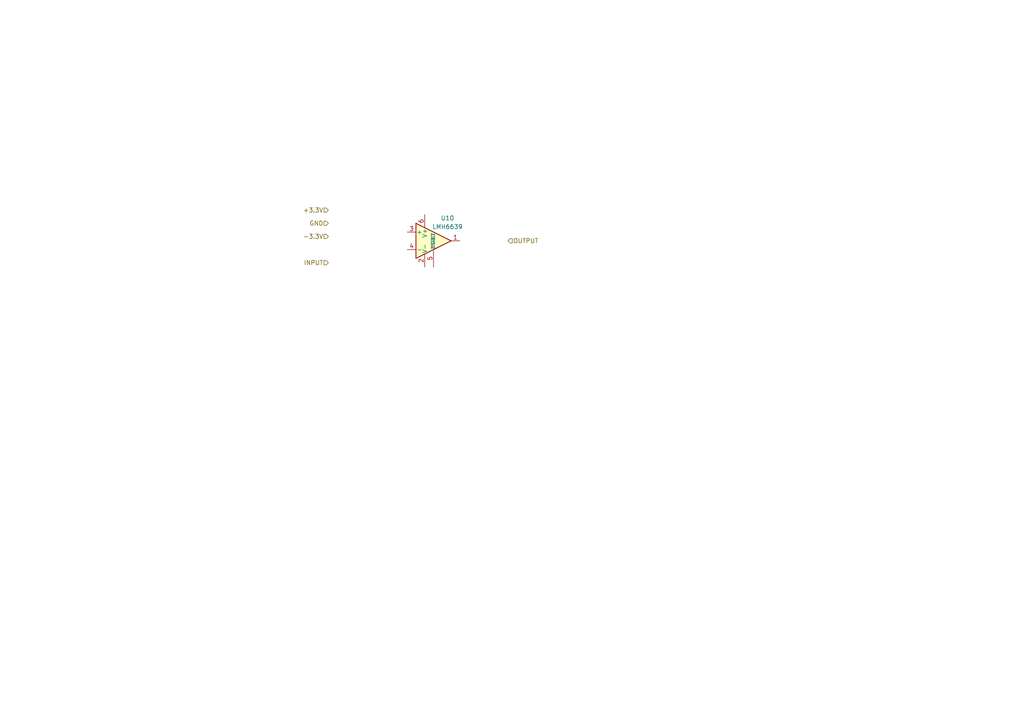
<source format=kicad_sch>
(kicad_sch (version 20250114) (generator "eeschema") (generator_version "9.0")
  (paper "A4")
  (lib_symbols
    (symbol "Amplifier_Operational:LMH6611" (pin_names (offset 0.127))
      (property "Reference" "U" (at 2.54 3.81 0))
      (property "Value" "LMH6611" (at 2.54 -3.81 0))
      (symbol "LMH6611_0_1"
        (polyline (pts (xy -5.08 5.08) (xy 5.08 0) (xy -5.08 -5.08) (xy -5.08 5.08)) (stroke (width 0.254)) (fill (type background)))
      )
      (symbol "LMH6611_1_1"
        (pin input line (at -7.62 2.54 0) (length 2.54) (name "+") (number "3"))
        (pin input line (at -7.62 -2.54 0) (length 2.54) (name "-") (number "4"))
        (pin power_in line (at -2.54 7.62 270) (length 3.81) (name "V+") (number "6"))
        (pin power_in line (at -2.54 -7.62 90) (length 3.81) (name "V-") (number "2"))
        (pin input line (at 0 -7.62 90) (length 5.08) (name "~{DISABLE}") (number "5"))
        (pin output line (at 7.62 0 180) (length 2.54) (name "~") (number "1"))
      )
    )
  )
  (hierarchical_label "+3.3V" (shape input) (at 95.25 60.96 180))
  (hierarchical_label "INPUT" (shape input) (at 95.25 76.2 180))
  (hierarchical_label "GND" (shape input) (at 95.25 64.77 180))
  (hierarchical_label "OUTPUT" (shape input) (at 147.32 69.85 0))
  (hierarchical_label "-3.3V" (shape input) (at 95.25 68.58 180))
  (symbol (lib_id "Amplifier_Operational:LMH6611") (at 125.73 69.85 0) (unit 1)
    (property "Reference" "U10" (at 129.794 63.246 0))
    (property "Value" "LMH6639" (at 129.794 65.786 0))
    (property "Footprint" "Package_TO_SOT_SMD:TSOT-23-6" (effects (hide yes)))
    (property "Datasheet" "http://www.ti.com/lit/ds/symlink/lmh6612.pdf" (effects (hide yes)))
    (property "Description" "Single Supply, 345 MHz, Rail-to-Rail Output, Amplifier, TSOT-23-6" (effects (hide yes)))
    (property "Digikey P/N" "LMH6639MFX/NOPB" (effects (hide yes)))
    (instances (project "deflection_amp_5" (path "" (reference "U10") (unit 1)) (path "" (reference "U11") (unit 1))))
  )
)
</source>
